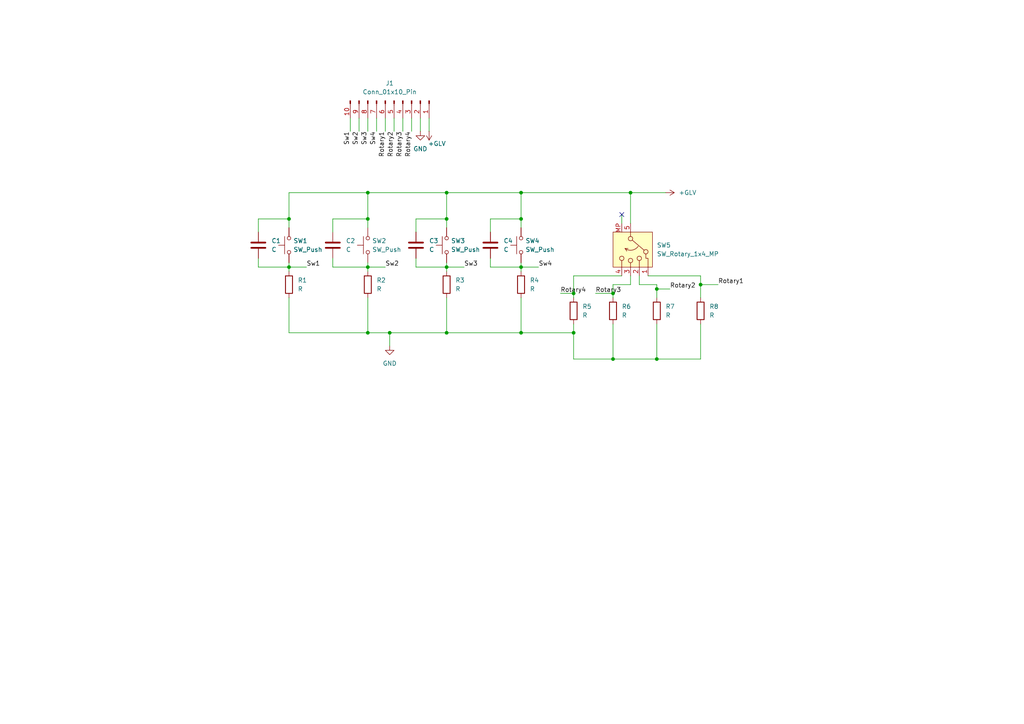
<source format=kicad_sch>
(kicad_sch (version 20250114) (generator "eeschema") (generator_version "9.0")
  (paper "A4")
  (lib_symbols
    (symbol "Connector:Conn_01x10_Pin" (pin_names (offset 1.016) (hide yes))
      (property "Reference" "J" (at 0 12.7 0))
      (property "Value" "Conn_01x10_Pin" (at 0 -15.24 0))
      (symbol "Conn_01x10_Pin_1_1"
        (rectangle (start 0.8636 10.287) (end 0 10.033) (stroke (width 0.1524)) (fill (type outline)))
        (rectangle (start 0.8636 7.747) (end 0 7.493) (stroke (width 0.1524)) (fill (type outline)))
        (rectangle (start 0.8636 5.207) (end 0 4.953) (stroke (width 0.1524)) (fill (type outline)))
        (rectangle (start 0.8636 2.667) (end 0 2.413) (stroke (width 0.1524)) (fill (type outline)))
        (rectangle (start 0.8636 0.127) (end 0 -0.127) (stroke (width 0.1524)) (fill (type outline)))
        (rectangle (start 0.8636 -2.413) (end 0 -2.667) (stroke (width 0.1524)) (fill (type outline)))
        (rectangle (start 0.8636 -4.953) (end 0 -5.207) (stroke (width 0.1524)) (fill (type outline)))
        (rectangle (start 0.8636 -7.493) (end 0 -7.747) (stroke (width 0.1524)) (fill (type outline)))
        (rectangle (start 0.8636 -10.033) (end 0 -10.287) (stroke (width 0.1524)) (fill (type outline)))
        (rectangle (start 0.8636 -12.573) (end 0 -12.827) (stroke (width 0.1524)) (fill (type outline)))
        (polyline (pts (xy 1.27 10.16) (xy 0.8636 10.16)) (stroke (width 0.1524)))
        (polyline (pts (xy 1.27 7.62) (xy 0.8636 7.62)) (stroke (width 0.1524)))
        (polyline (pts (xy 1.27 5.08) (xy 0.8636 5.08)) (stroke (width 0.1524)))
        (polyline (pts (xy 1.27 2.54) (xy 0.8636 2.54)) (stroke (width 0.1524)))
        (polyline (pts (xy 1.27 0) (xy 0.8636 0)) (stroke (width 0.1524)))
        (polyline (pts (xy 1.27 -2.54) (xy 0.8636 -2.54)) (stroke (width 0.1524)))
        (polyline (pts (xy 1.27 -5.08) (xy 0.8636 -5.08)) (stroke (width 0.1524)))
        (polyline (pts (xy 1.27 -7.62) (xy 0.8636 -7.62)) (stroke (width 0.1524)))
        (polyline (pts (xy 1.27 -10.16) (xy 0.8636 -10.16)) (stroke (width 0.1524)))
        (polyline (pts (xy 1.27 -12.7) (xy 0.8636 -12.7)) (stroke (width 0.1524)))
        (pin passive line (at 5.08 10.16 180) (length 3.81) (name "Pin_1") (number "1"))
        (pin passive line (at 5.08 7.62 180) (length 3.81) (name "Pin_2") (number "2"))
        (pin passive line (at 5.08 5.08 180) (length 3.81) (name "Pin_3") (number "3"))
        (pin passive line (at 5.08 2.54 180) (length 3.81) (name "Pin_4") (number "4"))
        (pin passive line (at 5.08 0 180) (length 3.81) (name "Pin_5") (number "5"))
        (pin passive line (at 5.08 -2.54 180) (length 3.81) (name "Pin_6") (number "6"))
        (pin passive line (at 5.08 -5.08 180) (length 3.81) (name "Pin_7") (number "7"))
        (pin passive line (at 5.08 -7.62 180) (length 3.81) (name "Pin_8") (number "8"))
        (pin passive line (at 5.08 -10.16 180) (length 3.81) (name "Pin_9") (number "9"))
        (pin passive line (at 5.08 -12.7 180) (length 3.81) (name "Pin_10") (number "10"))
      )
    )
    (symbol "Device:C" (pin_numbers (hide yes)) (pin_names (offset 0.254))
      (property "Reference" "C" (at 0.635 2.54 0))
      (property "Value" "C" (at 0.635 -2.54 0))
      (symbol "C_0_1"
        (polyline (pts (xy -2.032 0.762) (xy 2.032 0.762)) (stroke (width 0.508)))
        (polyline (pts (xy -2.032 -0.762) (xy 2.032 -0.762)) (stroke (width 0.508)))
      )
      (symbol "C_1_1"
        (pin passive line (at 0 3.81 270) (length 2.794) (name "~") (number "1"))
        (pin passive line (at 0 -3.81 90) (length 2.794) (name "~") (number "2"))
      )
    )
    (symbol "Device:R" (pin_numbers (hide yes)) (pin_names (offset 0))
      (property "Reference" "R" (at 2.032 0 90))
      (property "Value" "R" (at 0 0 90))
      (symbol "R_0_1"
        (rectangle (start -1.016 -2.54) (end 1.016 2.54) (stroke (width 0.254)))
      )
      (symbol "R_1_1"
        (pin passive line (at 0 3.81 270) (length 1.27) (name "~") (number "1"))
        (pin passive line (at 0 -3.81 90) (length 1.27) (name "~") (number "2"))
      )
    )
    (symbol "Switch:SW_Push" (pin_numbers (hide yes)) (pin_names (offset 1.016) (hide yes))
      (property "Reference" "SW" (at 1.27 2.54 0))
      (property "Value" "SW_Push" (at 0 -1.524 0))
      (symbol "SW_Push_0_1"
        (circle (center -2.032 0) (radius 0.508))
        (polyline (pts (xy 0 1.27) (xy 0 3.048)))
        (circle (center 2.032 0) (radius 0.508))
        (polyline (pts (xy 2.54 1.27) (xy -2.54 1.27)))
        (pin passive line (at -5.08 0 0) (length 2.54) (name "1") (number "1"))
        (pin passive line (at 5.08 0 180) (length 2.54) (name "2") (number "2"))
      )
    )
    (symbol "Switch:SW_Rotary_1x4_MP" (pin_names (hide yes))
      (property "Reference" "SW" (at 0 7.62 0))
      (property "Value" "SW_Rotary_1x4_MP" (at 8.89 -6.35 0))
      (symbol "SW_Rotary_1x4_MP_0_1"
        (polyline (pts (xy -5.08 0) (xy -3.81 0)))
        (circle (center -3.175 0) (radius 0.635))
        (polyline (pts (xy -2.7432 0.508) (xy 0.2032 3.9624)))
        (arc (start -0.9526 2.2225) (mid 0.154 0.449) (end -0.3176 -1.5875))
        (polyline (pts (xy -0.3176 -1.5875) (xy -0.3176 -0.6985)))
        (polyline (pts (xy -0.3176 -1.5875) (xy -0.3176 -1.5875)))
        (polyline (pts (xy -0.3176 -1.5875) (xy 0.4444 -1.0795)))
        (polyline (pts (xy 0.3174 -1.5875) (xy 0.3174 -1.5875)))
        (circle (center 0.635 4.445) (radius 0.635))
        (circle (center 2.54 2.54) (radius 0.635))
        (circle (center 2.54 -2.54) (radius 0.635))
        (circle (center 3.175 0) (radius 0.635))
        (polyline (pts (xy 5.08 5.08) (xy 2.54 5.08) (xy 2.54 4.445) (xy 1.27 4.445)))
        (polyline (pts (xy 5.08 2.54) (xy 3.175 2.54)))
        (polyline (pts (xy 5.08 0) (xy 3.81 0)))
        (polyline (pts (xy 5.08 -2.54) (xy 3.175 -2.54)))
      )
      (symbol "SW_Rotary_1x4_MP_1_1"
        (polyline (pts (xy -5.08 6.35) (xy 5.08 6.35) (xy 5.08 -5.08) (xy -5.08 -5.08) (xy -5.08 6.35) (xy -5.08 6.35)) (fill (type background)))
        (pin passive line (at -7.62 0 0) (length 2.54) (name "") (number "5"))
        (pin passive line (at -7.62 -2.54 0) (length 2.54) (name "") (number "MP"))
        (pin passive line (at 7.62 5.08 180) (length 2.54) (name "") (number "1"))
        (pin passive line (at 7.62 2.54 180) (length 2.54) (name "") (number "2"))
        (pin passive line (at 7.62 0 180) (length 2.54) (name "") (number "3"))
        (pin passive line (at 7.62 -2.54 180) (length 2.54) (name "") (number "4"))
      )
    )
    (symbol "power:+12V" (power) (pin_numbers (hide yes)) (pin_names (offset 0) (hide yes))
      (property "Value" "+12V" (at 0 3.556 0))
      (symbol "+12V_0_1"
        (polyline (pts (xy -0.762 1.27) (xy 0 2.54)))
        (polyline (pts (xy 0 2.54) (xy 0.762 1.27)))
        (polyline (pts (xy 0 0) (xy 0 2.54)))
      )
      (symbol "+12V_1_1"
        (pin power_in line (at 0 0 90) (length 0) (name "~") (number "1"))
      )
    )
    (symbol "power:GND" (power) (pin_numbers (hide yes)) (pin_names (offset 0) (hide yes))
      (property "Value" "GND" (at 0 -3.81 0))
      (symbol "GND_0_1"
        (polyline (pts (xy 0 0) (xy 0 -1.27) (xy 1.27 -1.27) (xy 0 -2.54) (xy -1.27 -1.27) (xy 0 -1.27)))
      )
      (symbol "GND_1_1"
        (pin power_in line (at 0 0 270) (length 0) (name "~") (number "1"))
      )
    )
  )
  (junction (at 190.5 104.14))
  (junction (at 182.88 55.88))
  (junction (at 106.68 77.47))
  (junction (at 151.13 77.47))
  (junction (at 106.68 96.52))
  (junction (at 151.13 55.88))
  (junction (at 83.82 77.47))
  (junction (at 129.54 77.47))
  (junction (at 83.82 63.5))
  (junction (at 177.8 104.14))
  (junction (at 106.68 55.88))
  (junction (at 113.03 96.52))
  (junction (at 166.37 85.09))
  (junction (at 129.54 63.5))
  (junction (at 166.37 96.52))
  (junction (at 151.13 96.52))
  (junction (at 177.8 85.09))
  (junction (at 129.54 55.88))
  (junction (at 106.68 63.5))
  (junction (at 151.13 63.5))
  (junction (at 129.54 96.52))
  (junction (at 203.2 82.55))
  (junction (at 190.5 83.82))
  (no_connect (at 180.34 62.23))
  (wire (pts (xy 96.52 67.31) (xy 96.52 63.5)))
  (wire (pts (xy 120.65 74.93) (xy 120.65 77.47)))
  (wire (pts (xy 83.82 76.2) (xy 83.82 77.47)))
  (wire (pts (xy 177.8 104.14) (xy 190.5 104.14)))
  (wire (pts (xy 180.34 80.01) (xy 166.37 80.01)))
  (wire (pts (xy 113.03 96.52) (xy 106.68 96.52)))
  (wire (pts (xy 142.24 77.47) (xy 151.13 77.47)))
  (wire (pts (xy 151.13 77.47) (xy 151.13 78.74)))
  (wire (pts (xy 151.13 76.2) (xy 151.13 77.47)))
  (wire (pts (xy 113.03 96.52) (xy 113.03 100.33)))
  (wire (pts (xy 177.8 104.14) (xy 166.37 104.14)))
  (wire (pts (xy 106.68 86.36) (xy 106.68 96.52)))
  (wire (pts (xy 74.93 63.5) (xy 83.82 63.5)))
  (wire (pts (xy 203.2 80.01) (xy 203.2 82.55)))
  (wire (pts (xy 106.68 34.29) (xy 106.68 38.1)))
  (wire (pts (xy 182.88 55.88) (xy 193.04 55.88)))
  (wire (pts (xy 106.68 77.47) (xy 106.68 78.74)))
  (wire (pts (xy 203.2 104.14) (xy 190.5 104.14)))
  (wire (pts (xy 111.76 34.29) (xy 111.76 38.1)))
  (wire (pts (xy 120.65 63.5) (xy 129.54 63.5)))
  (wire (pts (xy 172.72 85.09) (xy 177.8 85.09)))
  (wire (pts (xy 129.54 76.2) (xy 129.54 77.47)))
  (wire (pts (xy 129.54 86.36) (xy 129.54 96.52)))
  (wire (pts (xy 129.54 77.47) (xy 134.62 77.47)))
  (wire (pts (xy 151.13 96.52) (xy 166.37 96.52)))
  (wire (pts (xy 104.14 34.29) (xy 104.14 38.1)))
  (wire (pts (xy 162.56 85.09) (xy 166.37 85.09)))
  (wire (pts (xy 129.54 96.52) (xy 151.13 96.52)))
  (wire (pts (xy 182.88 80.01) (xy 182.88 82.55)))
  (wire (pts (xy 119.38 34.29) (xy 119.38 38.1)))
  (wire (pts (xy 116.84 34.29) (xy 116.84 38.1)))
  (wire (pts (xy 166.37 80.01) (xy 166.37 85.09)))
  (wire (pts (xy 120.65 67.31) (xy 120.65 63.5)))
  (wire (pts (xy 106.68 55.88) (xy 129.54 55.88)))
  (wire (pts (xy 151.13 86.36) (xy 151.13 96.52)))
  (wire (pts (xy 185.42 82.55) (xy 190.5 82.55)))
  (wire (pts (xy 74.93 74.93) (xy 74.93 77.47)))
  (wire (pts (xy 203.2 93.98) (xy 203.2 104.14)))
  (wire (pts (xy 106.68 55.88) (xy 106.68 63.5)))
  (wire (pts (xy 166.37 104.14) (xy 166.37 96.52)))
  (wire (pts (xy 129.54 55.88) (xy 129.54 63.5)))
  (wire (pts (xy 185.42 80.01) (xy 185.42 82.55)))
  (wire (pts (xy 120.65 77.47) (xy 129.54 77.47)))
  (wire (pts (xy 83.82 96.52) (xy 83.82 86.36)))
  (wire (pts (xy 187.96 80.01) (xy 203.2 80.01)))
  (wire (pts (xy 113.03 96.52) (xy 129.54 96.52)))
  (wire (pts (xy 121.92 34.29) (xy 121.92 38.1)))
  (wire (pts (xy 151.13 55.88) (xy 182.88 55.88)))
  (wire (pts (xy 203.2 82.55) (xy 203.2 86.36)))
  (wire (pts (xy 114.3 34.29) (xy 114.3 38.1)))
  (wire (pts (xy 142.24 63.5) (xy 151.13 63.5)))
  (wire (pts (xy 83.82 77.47) (xy 88.9 77.47)))
  (wire (pts (xy 124.46 34.29) (xy 124.46 38.1)))
  (wire (pts (xy 182.88 55.88) (xy 182.88 64.77)))
  (wire (pts (xy 96.52 77.47) (xy 106.68 77.47)))
  (wire (pts (xy 177.8 85.09) (xy 177.8 86.36)))
  (wire (pts (xy 142.24 67.31) (xy 142.24 63.5)))
  (wire (pts (xy 203.2 82.55) (xy 208.28 82.55)))
  (wire (pts (xy 166.37 96.52) (xy 166.37 93.98)))
  (wire (pts (xy 180.34 62.23) (xy 180.34 64.77)))
  (wire (pts (xy 151.13 77.47) (xy 156.21 77.47)))
  (wire (pts (xy 96.52 74.93) (xy 96.52 77.47)))
  (wire (pts (xy 101.6 34.29) (xy 101.6 38.1)))
  (wire (pts (xy 106.68 76.2) (xy 106.68 77.47)))
  (wire (pts (xy 151.13 63.5) (xy 151.13 66.04)))
  (wire (pts (xy 74.93 77.47) (xy 83.82 77.47)))
  (wire (pts (xy 129.54 77.47) (xy 129.54 78.74)))
  (wire (pts (xy 83.82 66.04) (xy 83.82 63.5)))
  (wire (pts (xy 190.5 93.98) (xy 190.5 104.14)))
  (wire (pts (xy 83.82 96.52) (xy 106.68 96.52)))
  (wire (pts (xy 182.88 82.55) (xy 177.8 82.55)))
  (wire (pts (xy 129.54 63.5) (xy 129.54 66.04)))
  (wire (pts (xy 83.82 63.5) (xy 83.82 55.88)))
  (wire (pts (xy 83.82 77.47) (xy 83.82 78.74)))
  (wire (pts (xy 142.24 74.93) (xy 142.24 77.47)))
  (wire (pts (xy 106.68 63.5) (xy 106.68 66.04)))
  (wire (pts (xy 177.8 93.98) (xy 177.8 104.14)))
  (wire (pts (xy 106.68 77.47) (xy 111.76 77.47)))
  (wire (pts (xy 83.82 55.88) (xy 106.68 55.88)))
  (wire (pts (xy 166.37 85.09) (xy 166.37 86.36)))
  (wire (pts (xy 129.54 55.88) (xy 151.13 55.88)))
  (wire (pts (xy 151.13 55.88) (xy 151.13 63.5)))
  (wire (pts (xy 74.93 67.31) (xy 74.93 63.5)))
  (wire (pts (xy 109.22 34.29) (xy 109.22 38.1)))
  (wire (pts (xy 190.5 83.82) (xy 190.5 86.36)))
  (wire (pts (xy 190.5 83.82) (xy 194.31 83.82)))
  (wire (pts (xy 190.5 82.55) (xy 190.5 83.82)))
  (wire (pts (xy 96.52 63.5) (xy 106.68 63.5)))
  (wire (pts (xy 177.8 82.55) (xy 177.8 85.09)))
  (label "Rotary3" (at 172.72 85.09 0))
  (label "Sw2" (at 111.76 77.47 0))
  (label "Rotary2" (at 114.3 38.1 270))
  (label "Rotary1" (at 208.28 82.55 0))
  (label "Sw2" (at 104.14 38.1 270))
  (label "Sw3" (at 106.68 38.1 270))
  (label "Rotary1" (at 111.76 38.1 270))
  (label "Sw1" (at 88.9 77.47 0))
  (label "Rotary4" (at 119.38 38.1 270))
  (label "Rotary3" (at 116.84 38.1 270))
  (label "Sw4" (at 109.22 38.1 270))
  (label "Rotary4" (at 162.56 85.09 0))
  (label "Sw3" (at 134.62 77.47 0))
  (label "Sw1" (at 101.6 38.1 270))
  (label "Rotary2" (at 194.31 83.82 0))
  (label "Sw4" (at 156.21 77.47 0))
  (symbol (lib_id "Device:R") (at 151.13 82.55 0) (unit 1)
    (property "Reference" "R4" (at 153.67 81.2799 0) (effects (justify left)))
    (property "Value" "R" (at 153.67 83.8199 0) (effects (justify left)))
    (property "Footprint" "Resistor_SMD:R_0805_2012Metric_Pad1.20x1.40mm_HandSolder" (effects (hide yes)))
    (property "Description" "Resistor" (effects (hide yes)))
  )
  (symbol (lib_id "Device:C") (at 96.52 71.12 0) (unit 1)
    (property "Reference" "C2" (at 100.33 69.8499 0) (effects (justify left)))
    (property "Value" "C" (at 100.33 72.3899 0) (effects (justify left)))
    (property "Footprint" "Capacitor_SMD:C_0805_2012Metric_Pad1.18x1.45mm_HandSolder" (effects (hide yes)))
    (property "Description" "Unpolarized capacitor" (effects (hide yes)))
  )
  (symbol (lib_id "power:GND") (at 113.03 100.33 0) (unit 1)
    (property "Reference" "#PWR01" (effects (hide yes)))
    (property "Value" "GND" (at 113.03 105.41 0))
    (property "Description" "Power symbol creates a global label with name \"GND\" , ground" (effects (hide yes)))
  )
  (symbol (lib_id "Connector:Conn_01x10_Pin") (at 114.3 29.21 270) (unit 1)
    (property "Reference" "J1" (at 113.03 24.13 90))
    (property "Value" "Conn_01x10_Pin" (at 113.03 26.67 90))
    (property "Footprint" "Connector_PinSocket_2.54mm:PinSocket_1x10_P2.54mm_Vertical" (effects (hide yes)))
    (property "Description" "Generic connector, single row, 01x10, script generated" (effects (hide yes)))
  )
  (symbol (lib_id "Device:R") (at 106.68 82.55 0) (unit 1)
    (property "Reference" "R2" (at 109.22 81.2799 0) (effects (justify left)))
    (property "Value" "R" (at 109.22 83.8199 0) (effects (justify left)))
    (property "Footprint" "Resistor_SMD:R_0805_2012Metric_Pad1.20x1.40mm_HandSolder" (effects (hide yes)))
    (property "Description" "Resistor" (effects (hide yes)))
  )
  (symbol (lib_id "Device:R") (at 166.37 90.17 0) (unit 1)
    (property "Reference" "R5" (at 168.91 88.8999 0) (effects (justify left)))
    (property "Value" "R" (at 168.91 91.4399 0) (effects (justify left)))
    (property "Footprint" "Resistor_SMD:R_0805_2012Metric_Pad1.20x1.40mm_HandSolder" (effects (hide yes)))
    (property "Description" "Resistor" (effects (hide yes)))
  )
  (symbol (lib_id "power:+12V") (at 193.04 55.88 270) (unit 1)
    (property "Reference" "#PWR02" (effects (hide yes)))
    (property "Value" "+GLV" (at 196.85 55.8799 90) (effects (justify left)))
    (property "Description" "Power symbol creates a global label with name \"+12V\"" (effects (hide yes)))
  )
  (symbol (lib_id "Switch:SW_Push") (at 106.68 71.12 90) (unit 1)
    (property "Reference" "SW2" (at 107.95 69.8499 90) (effects (justify right)))
    (property "Value" "SW_Push" (at 107.95 72.3899 90) (effects (justify right)))
    (property "Footprint" "Connector_PinSocket_2.54mm:PinSocket_1x02_P2.54mm_Vertical" (effects (hide yes)))
    (property "Description" "Push button switch, generic, two pins" (effects (hide yes)))
  )
  (symbol (lib_id "Switch:SW_Push") (at 151.13 71.12 90) (unit 1)
    (property "Reference" "SW4" (at 152.4 69.8499 90) (effects (justify right)))
    (property "Value" "SW_Push" (at 152.4 72.3899 90) (effects (justify right)))
    (property "Footprint" "Connector_PinSocket_2.54mm:PinSocket_1x02_P2.54mm_Vertical" (effects (hide yes)))
    (property "Description" "Push button switch, generic, two pins" (effects (hide yes)))
  )
  (symbol (lib_id "power:+12V") (at 124.46 38.1 180) (unit 1)
    (property "Reference" "#PWR03" (effects (hide yes)))
    (property "Value" "+GLV" (at 126.746 41.656 0))
    (property "Description" "Power symbol creates a global label with name \"+12V\"" (effects (hide yes)))
  )
  (symbol (lib_id "Device:R") (at 83.82 82.55 0) (unit 1)
    (property "Reference" "R1" (at 86.36 81.2799 0) (effects (justify left)))
    (property "Value" "R" (at 86.36 83.8199 0) (effects (justify left)))
    (property "Footprint" "Resistor_SMD:R_0805_2012Metric_Pad1.20x1.40mm_HandSolder" (effects (hide yes)))
    (property "Description" "Resistor" (effects (hide yes)))
  )
  (symbol (lib_id "Switch:SW_Push") (at 83.82 71.12 90) (unit 1)
    (property "Reference" "SW1" (at 85.09 69.8499 90) (effects (justify right)))
    (property "Value" "SW_Push" (at 85.09 72.3899 90) (effects (justify right)))
    (property "Footprint" "Connector_PinSocket_2.54mm:PinSocket_1x02_P2.54mm_Vertical" (effects (hide yes)))
    (property "Description" "Push button switch, generic, two pins" (effects (hide yes)))
  )
  (symbol (lib_id "Device:R") (at 177.8 90.17 0) (unit 1)
    (property "Reference" "R6" (at 180.34 88.8999 0) (effects (justify left)))
    (property "Value" "R" (at 180.34 91.4399 0) (effects (justify left)))
    (property "Footprint" "Resistor_SMD:R_0805_2012Metric_Pad1.20x1.40mm_HandSolder" (effects (hide yes)))
    (property "Description" "Resistor" (effects (hide yes)))
  )
  (symbol (lib_id "Switch:SW_Rotary_1x4_MP") (at 182.88 72.39 270) (unit 1)
    (property "Reference" "SW5" (at 190.5 71.1199 90) (effects (justify left)))
    (property "Value" "SW_Rotary_1x4_MP" (at 190.5 73.6599 90) (effects (justify left)))
    (property "Footprint" "Connector_PinSocket_2.54mm:PinSocket_1x05_P2.54mm_Vertical" (effects (hide yes)))
    (property "Description" "Rotary switch 1x4, SP4T with mount point" (effects (hide yes)))
  )
  (symbol (lib_id "Device:C") (at 142.24 71.12 0) (unit 1)
    (property "Reference" "C4" (at 146.05 69.8499 0) (effects (justify left)))
    (property "Value" "C" (at 146.05 72.3899 0) (effects (justify left)))
    (property "Footprint" "Capacitor_SMD:C_0805_2012Metric_Pad1.18x1.45mm_HandSolder" (effects (hide yes)))
    (property "Description" "Unpolarized capacitor" (effects (hide yes)))
  )
  (symbol (lib_id "Switch:SW_Push") (at 129.54 71.12 90) (unit 1)
    (property "Reference" "SW3" (at 130.81 69.8499 90) (effects (justify right)))
    (property "Value" "SW_Push" (at 130.81 72.3899 90) (effects (justify right)))
    (property "Footprint" "Connector_PinSocket_2.54mm:PinSocket_1x02_P2.54mm_Vertical" (effects (hide yes)))
    (property "Description" "Push button switch, generic, two pins" (effects (hide yes)))
  )
  (symbol (lib_id "Device:C") (at 120.65 71.12 0) (unit 1)
    (property "Reference" "C3" (at 124.46 69.8499 0) (effects (justify left)))
    (property "Value" "C" (at 124.46 72.3899 0) (effects (justify left)))
    (property "Footprint" "Capacitor_SMD:C_0805_2012Metric_Pad1.18x1.45mm_HandSolder" (effects (hide yes)))
    (property "Description" "Unpolarized capacitor" (effects (hide yes)))
  )
  (symbol (lib_id "power:GND") (at 121.92 38.1 0) (unit 1)
    (property "Reference" "#PWR04" (effects (hide yes)))
    (property "Value" "GND" (at 121.92 43.18 0))
    (property "Description" "Power symbol creates a global label with name \"GND\" , ground" (effects (hide yes)))
  )
  (symbol (lib_id "Device:C") (at 74.93 71.12 0) (unit 1)
    (property "Reference" "C1" (at 78.74 69.8499 0) (effects (justify left)))
    (property "Value" "C" (at 78.74 72.3899 0) (effects (justify left)))
    (property "Footprint" "Capacitor_SMD:C_0805_2012Metric_Pad1.18x1.45mm_HandSolder" (effects (hide yes)))
    (property "Description" "Unpolarized capacitor" (effects (hide yes)))
  )
  (symbol (lib_id "Device:R") (at 129.54 82.55 0) (unit 1)
    (property "Reference" "R3" (at 132.08 81.2799 0) (effects (justify left)))
    (property "Value" "R" (at 132.08 83.8199 0) (effects (justify left)))
    (property "Footprint" "Resistor_SMD:R_0805_2012Metric_Pad1.20x1.40mm_HandSolder" (effects (hide yes)))
    (property "Description" "Resistor" (effects (hide yes)))
  )
  (symbol (lib_id "Device:R") (at 190.5 90.17 0) (unit 1)
    (property "Reference" "R7" (at 193.04 88.8999 0) (effects (justify left)))
    (property "Value" "R" (at 193.04 91.4399 0) (effects (justify left)))
    (property "Footprint" "Resistor_SMD:R_0805_2012Metric_Pad1.20x1.40mm_HandSolder" (effects (hide yes)))
    (property "Description" "Resistor" (effects (hide yes)))
  )
  (symbol (lib_id "Device:R") (at 203.2 90.17 0) (unit 1)
    (property "Reference" "R8" (at 205.74 88.8999 0) (effects (justify left)))
    (property "Value" "R" (at 205.74 91.4399 0) (effects (justify left)))
    (property "Footprint" "Resistor_SMD:R_0805_2012Metric_Pad1.20x1.40mm_HandSolder" (effects (hide yes)))
    (property "Description" "Resistor" (effects (hide yes)))
  )
)
</source>
